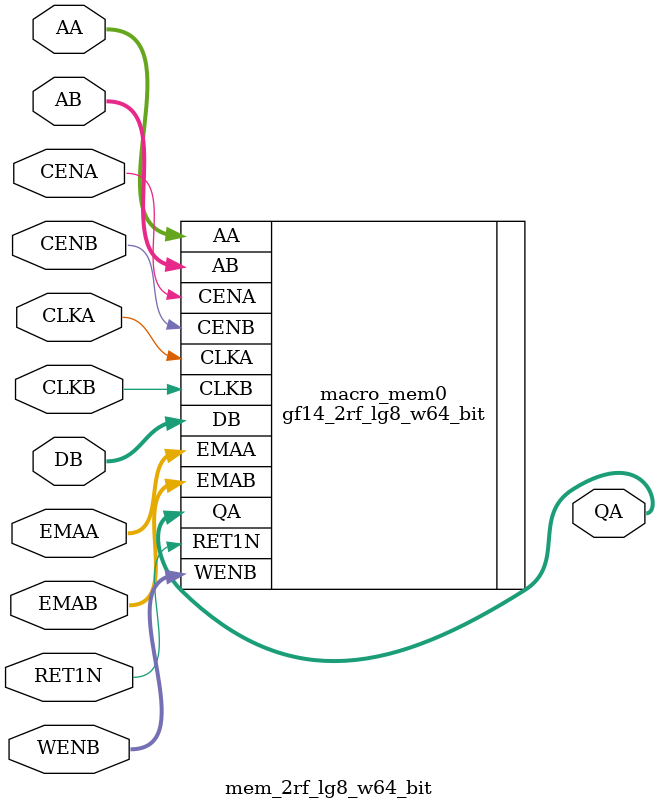
<source format=v>
module mem_1rf_lg6_w80_bit (Q, CLK, CEN, WEN, A, D, EMA, EMAW, GWEN, RET1N);

  output [79:0] Q;
  input         CLK;
  input         CEN;
  input  [79:0] WEN;
  input  [ 5:0] A;
  input  [79:0] D;
  input  [ 2:0] EMA;
  input  [ 1:0] EMAW;
  input         GWEN;
  input         RET1N;

  gf14_1rf_lg6_w80_bit macro_mem
  (
    .Q     (Q),
    .CLK   (CLK),
    .CEN   (CEN),
    .WEN   (WEN),
    .A     (A),
    .D     (D),
    .EMA   (EMA),
    .EMAW  (EMAW),
    .GWEN  (GWEN),
    .RET1N (RET1N)
  );

endmodule

module mem_1rf_lg8_w128_all (Q, CLK, CEN, WEN, A, D, EMA, EMAW, RET1N);

  output [127:0] Q;
  input          CLK;
  input          CEN;
  input          WEN;
  input  [  7:0] A;
  input  [127:0] D;
  input  [  2:0] EMA;
  input  [  1:0] EMAW;
  input          RET1N;


  gf14_1rf_lg8_w128_all macro_mem (
    .Q     (Q),
    .CLK   (CLK),
    .CEN   (CEN),
    .GWEN  (WEN),
    .A     (A),
    .D     (D),
    .EMA   (EMA),
    .EMAW  (EMAW),
    .RET1N (RET1N)
  );
endmodule

module mem_2rf_lg6_w44_bit (QA, CLKA, CENA, AA, CLKB, CENB, WENB, AB, DB, EMAA, EMAB, RET1N);

  output [43:0] QA;
  input         CLKA;
  input         CENA;
  input  [ 5:0] AA;
  input         CLKB;
  input         CENB;
  input  [43:0] WENB;
  input  [ 5:0] AB;
  input  [43:0] DB;
  input  [ 2:0] EMAA;
  input  [ 2:0] EMAB;
  input         RET1N;

  gf14_2rf_lg6_w44_bit macro_mem0 (
    .CLKA  (CLKA),
    .CLKB  (CLKB),
    .AA    (AA),
    .CENA  (CENA),
    .QA    (QA),
    .AB    (AB),
    .DB    (DB),
    .CENB  (CENB),
    .WENB  (WENB),
    .EMAA  (EMAA),
    .EMAB  (EMAB),
    .RET1N (RET1N)
  );

endmodule

module mem_2rf_lg8_w64_bit (QA, CLKA, CENA, AA, CLKB, CENB, WENB, AB, DB, EMAA, EMAB, RET1N);

  output [63:0] QA;
  input         CLKA;
  input         CENA;
  input  [7:0]  AA;
  input         CLKB;
  input         CENB;
  input  [63:0] WENB;
  input  [ 7:0] AB;
  input  [63:0] DB;
  input  [ 2:0] EMAA;
  input  [ 2:0] EMAB;
  input         RET1N;

  gf14_2rf_lg8_w64_bit macro_mem0 (
    .CLKA  (CLKA),
    .CLKB  (CLKB),
    .AA    (AA),
    .CENA  (CENA),
    .QA    (QA),
    .AB    (AB),
    .DB    (DB),
    .CENB  (CENB),
    .WENB  (WENB),
    .EMAA  (EMAA),
    .EMAB  (EMAB),
    .RET1N (RET1N)
  );

endmodule

</source>
